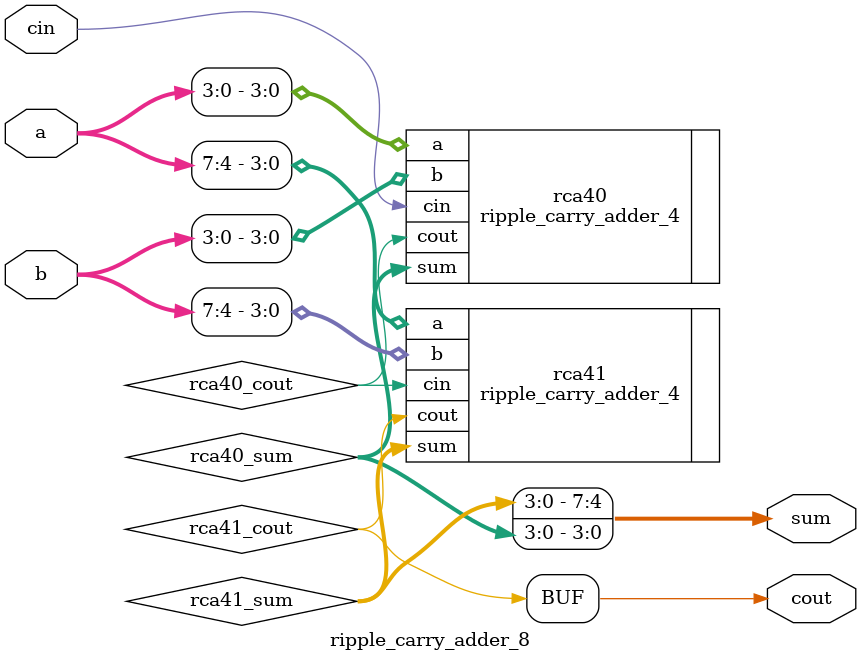
<source format=v>
`include "../../src/verilog/ripple_carry_adder_4.v"

module ripple_carry_adder_8(
    input wire [7:0] a,
    input wire [7:0] b,
    input wire cin,
    output wire cout,
    output wire [7:0] sum
);

wire rca40_cout;
wire [3:0] rca40_sum;
wire rca41_cout;
wire [3:0] rca41_sum;

ripple_carry_adder_4 rca40(
    .a(a[3:0]),
    .b(b[3:0]),
    .cin(cin),
    .cout(rca40_cout),
    .sum(rca40_sum)
);
ripple_carry_adder_4 rca41(
    .a(a[7:4]),
    .b(b[7:4]),
    .cin(rca40_cout),
    .cout(rca41_cout),
    .sum(rca41_sum)
);

assign cout = rca41_cout;
assign sum = {rca41_sum, rca40_sum};

endmodule
</source>
